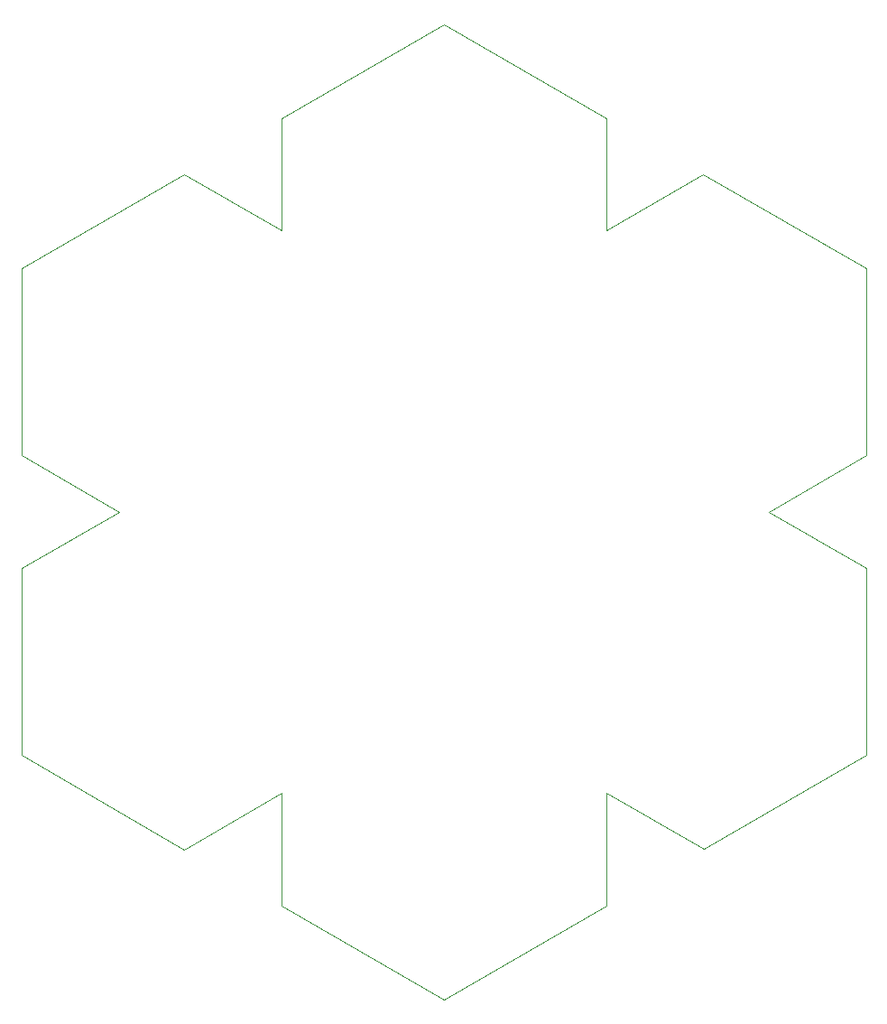
<source format=gbr>
G04 #@! TF.GenerationSoftware,KiCad,Pcbnew,(5.1.10)-1*
G04 #@! TF.CreationDate,2021-05-30T11:34:14-07:00*
G04 #@! TF.ProjectId,snowstake,736e6f77-7374-4616-9b65-2e6b69636164,0.1*
G04 #@! TF.SameCoordinates,Original*
G04 #@! TF.FileFunction,Profile,NP*
%FSLAX46Y46*%
G04 Gerber Fmt 4.6, Leading zero omitted, Abs format (unit mm)*
G04 Created by KiCad (PCBNEW (5.1.10)-1) date 2021-05-30 11:34:14*
%MOMM*%
%LPD*%
G01*
G04 APERTURE LIST*
G04 #@! TA.AperFunction,Profile*
%ADD10C,0.050000*%
G04 #@! TD*
G04 APERTURE END LIST*
D10*
X163576000Y-157683200D02*
X163576000Y-175234600D01*
X187985400Y-189331600D02*
X203200000Y-198120000D01*
X227584000Y-184048400D02*
X242824000Y-175234600D01*
X242824000Y-157683200D02*
X242824000Y-175234600D01*
X178816000Y-120751600D02*
X163576000Y-129540000D01*
X227558600Y-120726200D02*
X242824000Y-129590800D01*
X218465400Y-178790600D02*
X227584000Y-184048400D01*
X218465400Y-189306200D02*
X218465400Y-178790600D01*
X187985400Y-178790600D02*
X187985400Y-189331600D01*
X178866800Y-184073800D02*
X187985400Y-178790600D01*
X242824000Y-157683200D02*
X233680000Y-152400000D01*
X242824000Y-147116800D02*
X233680000Y-152400000D01*
X172720000Y-152400000D02*
X163576000Y-157683200D01*
X163576000Y-147116800D02*
X172720000Y-152400000D01*
X218440000Y-126009400D02*
X227558600Y-120726200D01*
X218440000Y-115493800D02*
X218440000Y-126009400D01*
X187960000Y-126034800D02*
X178816000Y-120751600D01*
X187960000Y-115493800D02*
X187960000Y-126034800D01*
X203200000Y-198120000D02*
X218465400Y-189306200D01*
X163576000Y-175234600D02*
X178866800Y-184073800D01*
X163576000Y-129540000D02*
X163576000Y-147116800D01*
X203200000Y-106680000D02*
X187960000Y-115493800D01*
X218440000Y-115493800D02*
X203200000Y-106680000D01*
X242824000Y-129590800D02*
X242824000Y-147116800D01*
M02*

</source>
